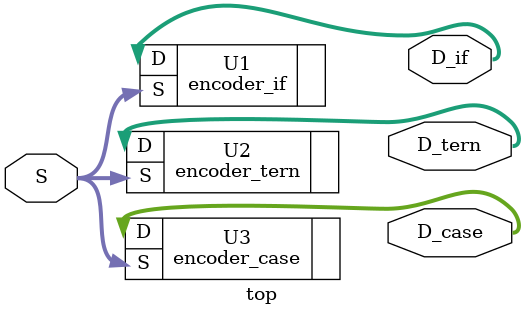
<source format=sv>
module top (S, D_if, D_tern, D_case);

input logic [7:0] S;
output logic [3:0] D_if, D_tern, D_case;

encoder_if 	 U1(.S(S), .D(D_if));
encoder_tern U2(.S(S), .D(D_tern));
encoder_case U3(.S(S), .D(D_case));

endmodule
</source>
